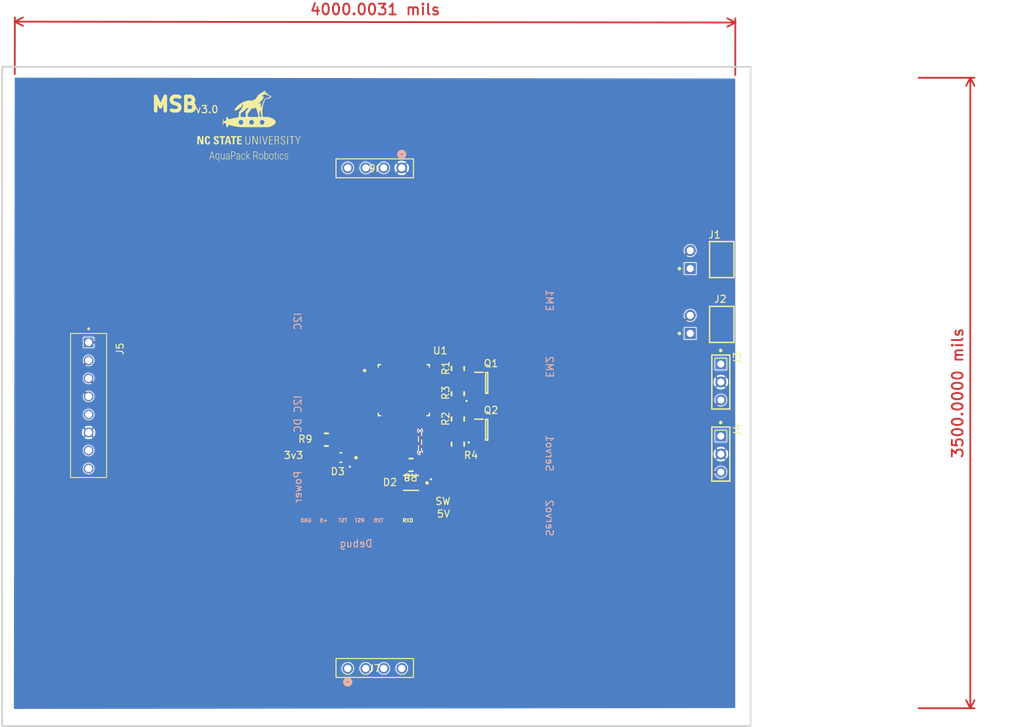
<source format=kicad_pcb>
(kicad_pcb (version 20221018) (generator pcbnew)
  (layers (0 "F.Cu" signal) (31 "B.Cu" signal) (34 "B.Paste" user) (35 "F.Paste" user) (36 "B.SilkS" user "B.Silkscreen") (37 "F.SilkS" user "F.Silkscreen") (38 "B.Mask" user) (39 "F.Mask" user) (44 "Edge.Cuts" user))
  (net 0 "")
  (net 1 "GND")
  (net 2 "Net-(D2-A)")
  (net 3 "Net-(D3-A)")
  (net 4 "Net-(Q1-D)")
  (net 5 "Net-(Q2-D)")
  (net 6 "/SERVO1_CTRL")
  (net 7 "/SERVO2_CTRL")
  (net 8 "/SCL")
  (net 9 "/SDA")
  (net 10 "/RXD")
  (net 11 "/TXD")
  (net 12 "/RST")
  (net 13 "/TST")
  (net 14 "Net-(Q1-G)")
  (net 15 "Net-(Q2-G)")
  (net 16 "/DROP1_CTRL")
  (net 17 "/DROP2_CTRL")
  (net 18 "Net-(U1-P6.2{slash}TB3.3)")
  (net 54 "+3.3V")
  (net 55 "+5V")
  (net 56 "+12V")
  (footprint "AltiumImport:FP-22-05-3021-MFG" (layer "F.Cu") (at 175.8061 76.4286 90)
    (fp_text reference "J1" (at 2.8956 -1.8542 unlocked) (layer "F.SilkS") (effects (font (size 1.016 1.016) (thickness 0.1524)) (justify left bottom)))
    (fp_text value "22-05-3021" hide)
    (pad "1" thru_hole rect (at -1.27 -4.3205 90) (size 1.57 1.57) (drill 1.02) (layers "*.Cu" "*.Mask") (net 55 "+5V"))
    (pad "2" thru_hole circle (at 1.27 -4.3205 90) (size 1.57 1.57) (drill 1.02) (layers "*.Cu" "*.Mask") (net 4 "Net-(Q1-D)"))
  )
  (footprint "AltiumImport:FP-PT0048A-MFG" (layer "F.Cu") (at 131.1021 94.8436)
    (fp_text reference "U1" (at 4.0132 -4.9784 unlocked) (layer "F.SilkS") (effects (font (size 1.016 1.016) (thickness 0.1524)) (justify left bottom)))
    (fp_text value "MSP430FR2355TPTR" hide)
    (pad "1" smd rect (at -4.25 -2.75) (size 1.4 0.3) (layers "F.Cu" "F.Paste" "F.Mask") (net 9 "/SDA"))
    (pad "2" smd rect (at -4.25 -2.25) (size 1.4 0.3) (layers "F.Cu" "F.Paste" "F.Mask"))
    (pad "3" smd rect (at -4.25 -1.75) (size 1.4 0.3) (layers "F.Cu" "F.Paste" "F.Mask"))
    (pad "4" smd rect (at -4.25 -1.25) (size 1.4 0.3) (layers "F.Cu" "F.Paste" "F.Mask") (net 13 "/TST"))
    (pad "5" smd rect (at -4.25 -0.75) (size 1.4 0.3) (layers "F.Cu" "F.Paste" "F.Mask") (net 12 "/RST"))
    (pad "6" smd rect (at -4.25 -0.25) (size 1.4 0.3) (layers "F.Cu" "F.Paste" "F.Mask") (net 54 "+3.3V"))
    (pad "7" smd rect (at -4.25 0.25) (size 1.4 0.3) (layers "F.Cu" "F.Paste" "F.Mask") (net 1 "GND"))
    (pad "8" smd rect (at -4.25 0.75) (size 1.4 0.3) (layers "F.Cu" "F.Paste" "F.Mask"))
    (pad "9" smd rect (at -4.25 1.25) (size 1.4 0.3) (layers "F.Cu" "F.Paste" "F.Mask"))
    (pad "10" smd rect (at -4.25 1.75) (size 1.4 0.3) (layers "F.Cu" "F.Paste" "F.Mask"))
    (pad "11" smd rect (at -4.25 2.25) (size 1.4 0.3) (layers "F.Cu" "F.Paste" "F.Mask"))
    (pad "12" smd rect (at -4.25 2.75) (size 1.4 0.3) (layers "F.Cu" "F.Paste" "F.Mask"))
    (pad "13" smd rect (at -2.75 4.25) (size 0.3 1.4) (layers "F.Cu" "F.Paste" "F.Mask"))
    (pad "14" smd rect (at -2.25 4.25) (size 0.3 1.4) (layers "F.Cu" "F.Paste" "F.Mask"))
    (pad "15" smd rect (at -1.75 4.25) (size 0.3 1.4) (layers "F.Cu" "F.Paste" "F.Mask"))
    (pad "16" smd rect (at -1.25 4.25) (size 0.3 1.4) (layers "F.Cu" "F.Paste" "F.Mask"))
    (pad "17" smd rect (at -0.75 4.25) (size 0.3 1.4) (layers "F.Cu" "F.Paste" "F.Mask"))
    (pad "18" smd rect (at -0.25 4.25) (size 0.3 1.4) (layers "F.Cu" "F.Paste" "F.Mask"))
    (pad "19" smd rect (at 0.25 4.25) (size 0.3 1.4) (layers "F.Cu" "F.Paste" "F.Mask"))
    (pad "20" smd rect (at 0.75 4.25) (size 0.3 1.4) (layers "F.Cu" "F.Paste" "F.Mask") (net 18 "Net-(U1-P6.2{slash}TB3.3)"))
    (pad "21" smd rect (at 1.25 4.25) (size 0.3 1.4) (layers "F.Cu" "F.Paste" "F.Mask") (net 7 "/SERVO2_CTRL"))
    (pad "22" smd rect (at 1.75 4.25) (size 0.3 1.4) (layers "F.Cu" "F.Paste" "F.Mask") (net 6 "/SERVO1_CTRL"))
    (pad "23" smd rect (at 2.25 4.25) (size 0.3 1.4) (layers "F.Cu" "F.Paste" "F.Mask") (net 11 "/TXD"))
    (pad "24" smd rect (at 2.75 4.25) (size 0.3 1.4) (layers "F.Cu" "F.Paste" "F.Mask") (net 10 "/RXD"))
    (pad "25" smd rect (at 4.25 2.75) (size 1.4 0.3) (layers "F.Cu" "F.Paste" "F.Mask"))
    (pad "26" smd rect (at 4.25 2.25) (size 1.4 0.3) (layers "F.Cu" "F.Paste" "F.Mask"))
    (pad "27" smd rect (at 4.25 1.75) (size 1.4 0.3) (layers "F.Cu" "F.Paste" "F.Mask"))
    (pad "28" smd rect (at 4.25 1.25) (size 1.4 0.3) (layers "F.Cu" "F.Paste" "F.Mask") (net 17 "/DROP2_CTRL"))
    (pad "29" smd rect (at 4.25 0.75) (size 1.4 0.3) (layers "F.Cu" "F.Paste" "F.Mask"))
    (pad "30" smd rect (at 4.25 0.25) (size 1.4 0.3) (layers "F.Cu" "F.Paste" "F.Mask") (net 16 "/DROP1_CTRL"))
    (pad "31" smd rect (at 4.25 -0.25) (size 1.4 0.3) (layers "F.Cu" "F.Paste" "F.Mask"))
    (pad "32" smd rect (at 4.25 -0.75) (size 1.4 0.3) (layers "F.Cu" "F.Paste" "F.Mask"))
    (pad "33" smd rect (at 4.25 -1.25) (size 1.4 0.3) (layers "F.Cu" "F.Paste" "F.Mask"))
    (pad "34" smd rect (at 4.25 -1.75) (size 1.4 0.3) (layers "F.Cu" "F.Paste" "F.Mask"))
    (pad "35" smd rect (at 4.25 -2.25) (size 1.4 0.3) (layers "F.Cu" "F.Paste" "F.Mask"))
    (pad "36" smd rect (at 4.25 -2.75) (size 1.4 0.3) (layers "F.Cu" "F.Paste" "F.Mask"))
    (pad "37" smd rect (at 2.75 -4.25) (size 0.3 1.4) (layers "F.Cu" "F.Paste" "F.Mask"))
    (pad "38" smd rect (at 2.25 -4.25) (size 0.3 1.4) (layers "F.Cu" "F.Paste" "F.Mask"))
    (pad "39" smd rect (at 1.75 -4.25) (size 0.3 1.4) (layers "F.Cu" "F.Paste" "F.Mask"))
    (pad "40" smd rect (at 1.25 -4.25) (size 0.3 1.4) (layers "F.Cu" "F.Paste" "F.Mask"))
    (pad "41" smd rect (at 0.75 -4.25) (size 0.3 1.4) (layers "F.Cu" "F.Paste" "F.Mask"))
    (pad "42" smd rect (at 0.25 -4.25) (size 0.3 1.4) (layers "F.Cu" "F.Paste" "F.Mask"))
    (pad "43" smd rect (at -0.25 -4.25) (size 0.3 1.4) (layers "F.Cu" "F.Paste" "F.Mask"))
    (pad "44" smd rect (at -0.75 -4.25) (size 0.3 1.4) (layers "F.Cu" "F.Paste" "F.Mask"))
    (pad "45" smd rect (at -1.25 -4.25) (size 0.3 1.4) (layers "F.Cu" "F.Paste" "F.Mask"))
    (pad "46" smd rect (at -1.75 -4.25) (size 0.3 1.4) (layers "F.Cu" "F.Paste" "F.Mask"))
    (pad "47" smd rect (at -2.25 -4.25) (size 0.3 1.4) (layers "F.Cu" "F.Paste" "F.Mask"))
    (pad "48" smd rect (at -2.75 -4.25) (size 0.3 1.4) (layers "F.Cu" "F.Paste" "F.Mask") (net 8 "/SCL"))
  )
  (footprint "AltiumImport:SMD-0805-RES" (layer "F.Cu") (at 138.7221 91.7956)
    (fp_text reference "R1" (at -1.1176 1.016 90 unlocked) (layer "F.SilkS") (effects (font (size 1.016 1.016) (thickness 0.1524)) (justify left bottom)))
    (fp_text value "200" hide)
    (pad "1" smd rect (at 0 -1.016 270) (size 1.016 1.524) (layers "F.Cu" "F.Paste" "F.Mask") (net 16 "/DROP1_CTRL"))
    (pad "2" smd rect (at 0 1.016 270) (size 1.016 1.524) (layers "F.Cu" "F.Paste" "F.Mask") (net 14 "Net-(Q1-G)"))
  )
  (footprint "LOGO" (layer "F.Cu") (at 109.2581 57.6326)
    (fp_text reference "G***" hide)
    (fp_text value "LOGO" hide)
  )
  (footprint "AltiumImport:SMD-0805-RES" (layer "F.Cu") (at 138.7221 102.4636 180)
    (fp_text reference "R4" (at -0.762 -2.159 unlocked) (layer "F.SilkS") (effects (font (size 1.016 1.016) (thickness 0.1524)) (justify left bottom)))
    (fp_text value "10k" hide)
    (pad "1" smd rect (at 0 -1.016 90) (size 1.016 1.524) (layers "F.Cu" "F.Paste" "F.Mask") (net 1 "GND"))
    (pad "2" smd rect (at 0 1.016 90) (size 1.016 1.524) (layers "F.Cu" "F.Paste" "F.Mask") (net 15 "Net-(Q2-G)"))
  )
  (footprint "AltiumImport:SMD-0805-RES" (layer "F.Cu") (at 138.7221 98.9076)
    (fp_text reference "R2" (at -1.1176 1.0668 90 unlocked) (layer "F.SilkS") (effects (font (size 1.016 1.016) (thickness 0.1524)) (justify left bottom)))
    (fp_text value "200" hide)
    (pad "1" smd rect (at 0 -1.016 270) (size 1.016 1.524) (layers "F.Cu" "F.Paste" "F.Mask") (net 17 "/DROP2_CTRL"))
    (pad "2" smd rect (at 0 1.016 270) (size 1.016 1.524) (layers "F.Cu" "F.Paste" "F.Mask") (net 15 "Net-(Q2-G)"))
  )
  (footprint "AltiumImport:SMD-0805-RES" (layer "F.Cu") (at 132.1181 105.3846 -90)
    (fp_text reference "R8" (at 1.1176 -1.0414 -180 unlocked) (layer "F.SilkS") (effects (font (size 1.016 1.016) (thickness 0.1524)) (justify left bottom)))
    (fp_text value "76.8" hide)
    (pad "1" smd rect (at 0 -1.016 180) (size 1.016 1.524) (layers "F.Cu" "F.Paste" "F.Mask") (net 18 "Net-(U1-P6.2{slash}TB3.3)"))
    (pad "2" smd rect (at 0 1.016 180) (size 1.016 1.524) (layers "F.Cu" "F.Paste" "F.Mask") (net 2 "Net-(D2-A)"))
  )
  (footprint "AltiumImport:FP-150080SS75000-MFG" (layer "F.Cu") (at 122.2121 104.3432 180)
    (fp_text reference "D3" (at 1.524 -2.5654 unlocked) (layer "F.SilkS") (effects (font (size 1.016 1.016) (thickness 0.1524)) (justify left bottom)))
    (fp_text value "1.9V" hide)
    (pad "1" smd rect (at -1.05 0 180) (size 1.1 1.2) (layers "F.Cu" "F.Paste" "F.Mask") (net 1 "GND"))
    (pad "2" smd rect (at 1.05 0 180) (size 1.1 1.2) (layers "F.Cu" "F.Paste" "F.Mask") (net 3 "Net-(D3-A)"))
  )
  (footprint "Library:TE_640453-8" (layer "F.Cu") (at 86.6521 88.1126 -90)
    (fp_text reference "J5" (at 0.905 -4.425 90) (layer "F.SilkS"))
    (fp_text value "640453-8")
    (pad "1" thru_hole rect (at 0 0 270) (size 1.37 1.37) (drill 1.02) (layers "*.Cu" "*.Mask") (net 10 "/RXD"))
    (pad "2" thru_hole circle (at 2.54 0 270) (size 1.37 1.37) (drill 1.02) (layers "*.Cu" "*.Mask") (net 11 "/TXD"))
    (pad "3" thru_hole circle (at 5.08 0 270) (size 1.37 1.37) (drill 1.02) (layers "*.Cu" "*.Mask") (net 12 "/RST"))
    (pad "4" thru_hole circle (at 7.62 0 270) (size 1.37 1.37) (drill 1.02) (layers "*.Cu" "*.Mask") (net 13 "/TST"))
    (pad "5" thru_hole circle (at 10.16 0 270) (size 1.37 1.37) (drill 1.02) (layers "*.Cu" "*.Mask") (net 55 "+5V"))
    (pad "6" thru_hole circle (at 12.7 0 270) (size 1.37 1.37) (drill 1.02) (layers "*.Cu" "*.Mask") (net 1 "GND"))
    (pad "7" thru_hole circle (at 15.24 0 270) (size 1.37 1.37) (drill 1.02) (layers "*.Cu" "*.Mask"))
    (pad "8" thru_hole circle (at 17.78 0 270) (size 1.37 1.37) (drill 1.02) (layers "*.Cu" "*.Mask"))
  )
  (footprint "AltiumImport:SMD-0805-RES" (layer "F.Cu") (at 138.7221 95.3516 180)
    (fp_text reference "R3" (at 1.1176 -0.9652 90 unlocked) (layer "F.SilkS") (effects (font (size 1.016 1.016) (thickness 0.1524)) (justify left bottom)))
    (fp_text value "10k" hide)
    (pad "1" smd rect (at 0 -1.016 90) (size 1.016 1.524) (layers "F.Cu" "F.Paste" "F.Mask") (net 1 "GND"))
    (pad "2" smd rect (at 0 1.016 90) (size 1.016 1.524) (layers "F.Cu" "F.Paste" "F.Mask") (net 14 "Net-(Q1-G)"))
  )
  (footprint "AltiumImport:FP-22-05-3021-MFG" (layer "F.Cu") (at 175.8061 85.5726 90)
    (fp_text reference "J2" (at 2.9718 -1.0414 unlocked) (layer "F.SilkS") (effects (font (size 1.016 1.016) (thickness 0.1524)) (justify left bottom)))
    (fp_text value "22-05-3021" hide)
    (pad "1" thru_hole rect (at -1.27 -4.3205 90) (size 1.57 1.57) (drill 1.02) (layers "*.Cu" "*.Mask") (net 55 "+5V"))
    (pad "2" thru_hole circle (at 1.27 -4.3205 90) (size 1.57 1.57) (drill 1.02) (layers "*.Cu" "*.Mask") (net 5 "Net-(Q2-D)"))
  )
  (footprint "AltiumImport:FP-90120-0763-MFG" (layer "F.Cu") (at 175.8061 103.8606 -90)
    (fp_text reference "J4" (at -2.41321 -2.92088 90 unlocked) (layer "F.SilkS") (effects (font (size 1.016 1.016) (thickness 0.1524)) (justify left bottom)))
    (fp_text value "90120-0763" hide)
    (pad "1" thru_hole rect (at -2.54 0 270) (size 1.55 1.55) (drill 1) (layers "*.Cu" "*.Mask") (net 55 "+5V"))
    (pad "2" thru_hole circle (at 0 0 270) (size 1.55 1.55) (drill 1) (layers "*.Cu" "*.Mask") (net 1 "GND"))
    (pad "3" thru_hole circle (at 2.54 0 270) (size 1.55 1.55) (drill 1) (layers "*.Cu" "*.Mask") (net 7 "/SERVO2_CTRL"))
  )
  (footprint "Library:CON4_1X4_TU_SSQ" (layer "F.Cu") (at 127 63.5 180)
    (fp_text reference "J6" (at 0 0 180 unlocked) (layer "F.SilkS"))
    (fp_text value "SSW-104-03-F-S")
    (pad "1" thru_hole circle (at -3.81 0 270) (size 1.524 1.524) (drill 1.016) (layers "*.Cu" "*.Mask") (net 1 "GND"))
    (pad "2" thru_hole circle (at -1.27 0 270) (size 1.524 1.524) (drill 1.016) (layers "*.Cu" "*.Mask") (net 54 "+3.3V"))
    (pad "3" thru_hole circle (at 1.27 0 270) (size 1.524 1.524) (drill 1.016) (layers "*.Cu" "*.Mask") (net 55 "+5V"))
    (pad "4" thru_hole circle (at 3.81 0 270) (size 1.524 1.524) (drill 1.016) (layers "*.Cu" "*.Mask") (net 56 "+12V"))
  )
  (footprint "AltiumImport:FP-LTST-C171GKT-MFG" (layer "F.Cu") (at 132.1181 107.9246 180)
    (fp_text reference "D2" (at 4.064 -0.508 unlocked) (layer "F.SilkS") (effects (font (size 1.016 1.016) (thickness 0.1524)) (justify left bottom)))
    (fp_text value "2.2V" hide)
    (pad "1" smd rect (at -1.05 0 180) (size 1.2 1.2) (layers "F.Cu" "F.Paste" "F.Mask") (net 1 "GND"))
    (pad "2" smd rect (at 1.05 0 180) (size 1.2 1.2) (layers "F.Cu" "F.Paste" "F.Mask") (net 2 "Net-(D2-A)"))
  )
  (footprint "Library:CON4_1X4_TU_SSQ" (layer "F.Cu") (at 127 134.0866)
    (fp_text reference "J7" (at 0 0 unlocked) (layer "F.SilkS"))
    (fp_text value "SSW-104-03-F-S")
    (pad "1" thru_hole circle (at -3.81 0 90) (size 1.524 1.524) (drill 1.016) (layers "*.Cu" "*.Mask") (net 8 "/SCL"))
    (pad "2" thru_hole circle (at -1.27 0 90) (size 1.524 1.524) (drill 1.016) (layers "*.Cu" "*.Mask") (net 9 "/SDA"))
    (pad "3" thru_hole circle (at 1.27 0 90) (size 1.524 1.524) (drill 1.016) (layers "*.Cu" "*.Mask"))
    (pad "4" thru_hole circle (at 3.81 0 90) (size 1.524 1.524) (drill 1.016) (layers "*.Cu" "*.Mask"))
  )
  (footprint "AltiumImport:SOT95P237X122-3N" (layer "F.Cu") (at 142.7861 100.4316)
    (fp_text reference "Q2" (at -0.50783 -2.15912 unlocked) (layer "F.SilkS") (effects (font (size 1.016 1.016) (thickness 0.1524)) (justify left bottom)))
    (fp_text value "FDN5632N-F085" hide)
    (pad "1" smd rect (at -1.1 -0.95) (size 1.2 0.6) (layers "F.Cu" "F.Paste" "F.Mask") (net 15 "Net-(Q2-G)"))
    (pad "2" smd rect (at -1.1 0.95) (size 1.2 0.6) (layers "F.Cu" "F.Paste" "F.Mask") (net 1 "GND"))
    (pad "3" smd rect (at 1.1 0) (size 1.2 0.6) (layers "F.Cu" "F.Paste" "F.Mask") (net 5 "Net-(Q2-D)"))
  )
  (footprint "AltiumImport:SOT95P237X122-3N" (layer "F.Cu") (at 142.7861 93.8276)
    (fp_text reference "Q1" (at -0.50783 -2.15912 unlocked) (layer "F.SilkS") (effects (font (size 1.016 1.016) (thickness 0.1524)) (justify left bottom)))
    (fp_text value "FDN5632N-F085" hide)
    (pad "1" smd rect (at -1.1 -0.95) (size 1.2 0.6) (layers "F.Cu" "F.Paste" "F.Mask") (net 14 "Net-(Q1-G)"))
    (pad "2" smd rect (at -1.1 0.95) (size 1.2 0.6) (layers "F.Cu" "F.Paste" "F.Mask") (net 1 "GND"))
    (pad "3" smd rect (at 1.1 0) (size 1.2 0.6) (layers "F.Cu" "F.Paste" "F.Mask") (net 4 "Net-(Q1-D)"))
  )
  (footprint "AltiumImport:FP-90120-0763-MFG" (layer "F.Cu") (at 175.8061 93.7006 -90)
    (fp_text reference "J3" (at -2.41321 -2.92088 90 unlocked) (layer "F.SilkS") (effects (font (size 1.016 1.016) (thickness 0.1524)) (justify left bottom)))
    (fp_text value "90120-0763" hide)
    (pad "1" thru_hole rect (at -2.54 0 270) (size 1.55 1.55) (drill 1) (layers "*.Cu" "*.Mask") (net 55 "+5V"))
    (pad "2" thru_hole circle (at 0 0 270) (size 1.55 1.55) (drill 1) (layers "*.Cu" "*.Mask") (net 1 "GND"))
    (pad "3" thru_hole circle (at 2.54 0 270) (size 1.55 1.55) (drill 1) (layers "*.Cu" "*.Mask") (net 6 "/SERVO1_CTRL"))
  )
  (footprint "AltiumImport:SMD-0805-RES" (layer "F.Cu") (at 120.1801 101.8286 -90)
    (fp_text reference "R9" (at 0.508 4.064 unlocked) (layer "F.SilkS") (effects (font (size 1.016 1.016) (thickness 0.1524)) (justify left bottom)))
    (fp_text value "140" hide)
    (pad "1" smd rect (at 0 -1.016 180) (size 1.016 1.524) (layers "F.Cu" "F.Paste" "F.Mask") (net 3 "Net-(D3-A)"))
    (pad "2" smd rect (at 0 1.016 180) (size 1.016 1.524) (layers "F.Cu" "F.Paste" "F.Mask") (net 54 "+3.3V"))
  )
  (gr_rect (start 74.4601 49.2506) (end 179.9971 142.2146) (stroke (width 0.254)) (fill none) (layer "Edge.Cuts"))
  (gr_text "Debug" (at 126.7841 117.0686) (layer "B.SilkS") (effects (font (size 1.016 1.016) (thickness 0.1524)) (justify left bottom mirror)))
  (gr_text "I2C" (at 116.7511 83.7946 90) (layer "B.SilkS") (effects (font (size 1.016 1.016) (thickness 0.1524)) (justify left bottom mirror)))
  (gr_text "Power" (at 116.7511 106.1466 90) (layer "B.SilkS") (effects (font (size 1.016 1.016) (thickness 0.1524)) (justify left bottom mirror)))
  (gr_text "RST" (at 125.6411 113.5126) (layer "B.SilkS") (effects (font (size 0.508 0.508) (thickness 0.127)) (justify left bottom mirror)))
  (gr_text "GND" (at 118.1481 113.5126) (layer "B.SilkS") (effects (font (size 0.508 0.508) (thickness 0.127)) (justify left bottom mirror)))
  (gr_text "I2C DC" (at 116.7511 95.4786 90) (layer "B.SilkS") (effects (font (size 1.016 1.016) (thickness 0.1524)) (justify left bottom mirror)))
  (gr_text "EM1" (at 151.0411 83.7946 270) (layer "B.SilkS") (effects (font (size 1.016 1.016) (thickness 0.1524)) (justify left bottom mirror)))
  (gr_text "Servo2" (at 151.0411 115.5446 270) (layer "B.SilkS") (effects (font (size 1.016 1.016) (thickness 0.1524)) (justify left bottom mirror)))
  (gr_text "+5" (at 120.4341 113.5126) (layer "B.SilkS") (effects (font (size 0.508 0.508) (thickness 0.127)) (justify left bottom mirror)))
  (gr_text "Servo1" (at 151.0411 106.4006 -90) (layer "B.SilkS") (effects (font (size 1.016 1.016) (thickness 0.1524)) (justify left bottom mirror)))
  (gr_text "TST" (at 123.2281 113.5126) (layer "B.SilkS") (effects (font (size 0.508 0.508) (thickness 0.127)) (justify left bottom mirror)))
  (gr_text "EM2" (at 151.0411 93.1926 270) (layer "B.SilkS") (effects (font (size 1.016 1.016) (thickness 0.1524)) (justify left bottom mirror)))
  (gr_text "TXD" (at 128.3081 113.5126) (layer "B.SilkS") (effects (font (size 0.508 0.508) (thickness 0.127)) (justify left bottom mirror)))
  (gr_text "MSB" (at 95.2881 55.7276) (layer "F.SilkS") (effects (font (size 2.032 2.032) (thickness 0.508) bold) (justify left bottom)))
  (gr_text "SW" (at 135.4455 111.0996) (layer "F.SilkS") (effects (font (size 1.016 1.016) (thickness 0.1524)) (justify left bottom)))
  (gr_text "v3.0" (at 101.6381 55.8546) (layer "F.SilkS") (effects (font (size 1.016 1.016) (thickness 0.1524)) (justify left bottom)))
  (gr_text "RXD" (at 130.8481 113.5126) (layer "F.SilkS") (effects (font (size 0.508 0.508) (thickness 0.127) bold) (justify left bottom)))
  (gr_text "3v3" (at 114.0841 104.6226) (layer "F.SilkS") (effects (font (size 1.016 1.016) (thickness 0.1524)) (justify left bottom)))
  (gr_text "5V" (at 135.6741 112.8776) (layer "F.SilkS") (effects (font (size 1.016 1.016) (thickness 0.1524)) (justify left bottom)))
  (dimension (type aligned) (layer "F.Cu") (pts (xy 203.2 50.8) (xy 203.2 139.7)) (height -7.7851) (gr_text "3500.0000 mils" (at 209.2071 95.25 90) (layer "F.Cu") (effects (font (size 1.524 1.524) (thickness 0.254)))) (format (prefix "") (suffix "") (units 1) (units_format 1) (precision 4)) (style (thickness 0.254) (arrow_length 1.27) (text_position_mode 0) (extension_height 0.58642) (extension_offset 0.508) keep_text_aligned))
  (dimension (type aligned) (layer "F.Cu") (pts (xy 177.8381 50.9016) (xy 76.2381 50.7746)) (height 7.895283) (gr_text "4000.0031 mils" (at 127.050191 41.164824 -0.07161968709) (layer "F.Cu") (effects (font (size 1.524 1.524) (thickness 0.254)))) (format (prefix "") (suffix "") (units 1) (units_format 1) (precision 4)) (style (thickness 0.254) (arrow_length 1.27) (text_position_mode 0) (extension_height 0.58642) (extension_offset 0.508) keep_text_aligned))
  (segment (start 138.9761 103.4796) (end 140.2461 102.2096) (width 0.3048) (layer "F.Cu") (net 1))
  (segment (start 123.4821 104.5632) (end 123.2621 104.3432) (width 0.3048) (layer "F.Cu") (net 1))
  (segment (start 141.5385 101.5292) (end 141.6861 101.3816) (width 0.3048) (layer "F.Cu") (net 1))
  (segment (start 139.9413 96.3676) (end 141.2385 95.0704) (width 0.3048) (layer "F.Cu") (net 1))
  (segment (start 123.2621 97.789458) (end 123.2621 104.3432) (width 0.3048) (layer "F.Cu") (net 1))
  (segment (start 141.2385 95.0704) (end 141.2385 94.9252) (width 0.3048) (layer "F.Cu") (net 1))
  (segment (start 126.8521 95.0936) (end 125.957958 95.0936) (width 0.3048) (layer "F.Cu") (net 1))
  (segment (start 138.7221 96.3676) (end 139.9413 96.3676) (width 0.3048) (layer "F.Cu") (net 1))
  (segment (start 133.1681 107.9246) (end 134.4041 107.9246) (width 0.3048) (layer "F.Cu") (net 1))
  (segment (start 141.3861 94.7776) (end 141.6861 94.7776) (width 0.3048) (layer "F.Cu") (net 1))
  (segment (start 141.2385 94.9252) (end 141.3861 94.7776) (width 0.3048) (layer "F.Cu") (net 1))
  (segment (start 134.4041 107.9246) (end 134.9121 107.4166) (width 0.3048) (layer "F.Cu") (net 1))
  (segment (start 140.9265 101.5292) (end 141.5385 101.5292) (width 0.3048) (layer "F.Cu") (net 1))
  (segment (start 138.7221 103.4796) (end 138.9761 103.4796) (width 0.3048) (layer "F.Cu") (net 1))
  (segment (start 123.4821 105.6386) (end 123.4821 104.5632) (width 0.3048) (layer "F.Cu") (net 1))
  (segment (start 125.957958 95.0936) (end 123.2621 97.789458) (width 0.3048) (layer "F.Cu") (net 1))
  (segment (start 140.2461 102.2096) (end 140.9265 101.5292) (width 0.3048) (layer "F.Cu") (net 1))
  (via (at 134.9121 107.4166) (size 0.6) (drill 0.3) (layers "F.Cu" "B.Cu") (net 1))
  (via (at 139.9413 96.3676) (size 0.6) (drill 0.3) (layers "F.Cu" "B.Cu") (net 1))
  (via (at 140.2461 102.2096) (size 0.6) (drill 0.3) (layers "F.Cu" "B.Cu") (net 1))
  (via (at 123.4821 105.6386) (size 0.6) (drill 0.3) (layers "F.Cu" "B.Cu") (net 1))
  (segment (start 131.1021 105.3846) (end 131.1021 107.8906) (width 0.3048) (layer "F.Cu") (net 2))
  (segment (start 131.1021 107.8906) (end 131.0681 107.9246) (width 0.3048) (layer "F.Cu") (net 2))
  (segment (start 121.1621 104.3432) (end 121.1621 101.8626) (width 0.3048) (layer "F.Cu") (net 3))
  (segment (start 121.1621 101.8626) (end 121.1961 101.8286) (width 0.3048) (layer "F.Cu") (net 3))
  (segment (start 152.8166 93.8276) (end 171.4856 75.1586) (width 0.3048) (layer "F.Cu") (net 4))
  (segment (start 143.8861 93.8276) (end 152.8166 93.8276) (width 0.3048) (layer "F.Cu") (net 4))
  (segment (start 156.3751 100.4316) (end 170.2181 86.5886) (width 0.3048) (layer "F.Cu") (net 5))
  (segment (start 143.8861 100.4316) (end 156.3751 100.4316) (width 0.3048) (layer "F.Cu") (net 5))
  (segment (start 170.2181 85.5701) (end 171.4856 84.3026) (width 0.3048) (layer "F.Cu") (net 5))
  (segment (start 170.2181 86.5886) (end 170.2181 85.5701) (width 0.3048) (layer "F.Cu") (net 5))
  (segment (start 132.8521 99.0936) (end 132.8317 99.114) (width 0.3048) (layer "F.Cu") (net 6))
  (segment (start 132.8317 100.789069) (end 136.309631 104.267) (width 0.3048) (layer "F.Cu") (net 6))
  (segment (start 132.8317 99.114) (end 132.8317 100.789069) (width 0.3048) (layer "F.Cu") (net 6))
  (segment (start 167.7797 104.267) (end 175.8061 96.2406) (width 0.3048) (layer "F.Cu") (net 6))
  (segment (start 136.309631 104.267) (end 167.7797 104.267) (width 0.3048) (layer "F.Cu") (net 6))
  (segment (start 132.3521 99.0936) (end 132.3521 101.5546) (width 0.3048) (layer "F.Cu") (net 7))
  (segment (start 137.1981 106.4006) (end 175.8061 106.4006) (width 0.3048) (layer "F.Cu") (net 7))
  (segment (start 132.3521 101.5546) (end 137.1981 106.4006) (width 0.3048) (layer "F.Cu") (net 7))
  (segment (start 128.3497 91.1412) (end 128.3521 91.1388) (width 0.3048) (layer "F.Cu") (net 8))
  (segment (start 128.3521 91.1388) (end 128.3521 90.5936) (width 0.3048) (layer "F.Cu") (net 8))
  (segment (start 126.8497 92.096) (end 126.8521 92.0936) (width 0.3048) (layer "F.Cu") (net 9))
  (segment (start 133.8521 99.0936) (end 133.8521 97.6848) (width 0.3048) (layer "F.Cu") (net 10))
  (segment (start 133.8521 97.6848) (end 124.2799 88.1126) (width 0.3048) (layer "F.Cu") (net 10))
  (segment (start 124.2799 88.1126) (end 86.6521 88.1126) (width 0.3048) (layer "F.Cu") (net 10))
  (segment (start 133.3881 103.5966) (end 133.9215 104.13) (width 0.3048) (layer "F.Cu") (net 11))
  (segment (start 131.9475 107.0452) (end 131.9475 108.804) (width 0.3048) (layer "F.Cu") (net 11))
  (segment (start 133.3521 99.0936) (end 133.3521 100.5226) (width 0.3048) (layer "F.Cu") (net 11))
  (segment (start 95.4277 96.697) (end 86.252632 96.697) (width 0.3048) (layer "F.Cu") (net 11))
  (segment (start 131.9475 108.804) (end 107.5347 108.804) (width 0.3048) (layer "F.Cu") (net 11))
  (segment (start 85.1281 92.1766) (end 86.6521 90.6526) (width 0.3048) (layer "F.Cu") (net 11))
  (segment (start 133.3023 107.0452) (end 131.9475 107.0452) (width 0.3048) (layer "F.Cu") (net 11))
  (segment (start 133.3521 100.5226) (end 133.3881 100.5586) (width 0.3048) (layer "F.Cu") (net 11))
  (segment (start 86.252632 96.697) (end 85.1281 95.572468) (width 0.3048) (layer "F.Cu") (net 11))
  (segment (start 133.9215 106.426) (end 133.3023 107.0452) (width 0.3048) (layer "F.Cu") (net 11))
  (segment (start 133.9215 104.13) (end 133.9215 106.426) (width 0.3048) (layer "F.Cu") (net 11))
  (segment (start 85.1281 95.572468) (end 85.1281 92.1766) (width 0.3048) (layer "F.Cu") (net 11))
  (segment (start 107.5347 108.804) (end 95.4277 96.697) (width 0.3048) (layer "F.Cu") (net 11))
  (via (at 133.3881 100.5586) (size 0.508) (drill 0.3) (layers "F.Cu" "B.Cu") (net 11))
  (via (at 133.3881 103.5966) (size 0.508) (drill 0.3) (layers "F.Cu" "B.Cu") (net 11))
  (segment (start 133.3881 103.5966) (end 133.3881 100.5586) (width 0.3048) (layer "B.Cu") (net 11))
  (segment (start 87.5531 94.0936) (end 86.6521 93.1926) (width 0.3048) (layer "F.Cu") (net 12))
  (segment (start 126.8497 94.096) (end 126.8521 94.0936) (width 0.3048) (layer "F.Cu") (net 12))
  (segment (start 126.8521 94.0936) (end 87.5531 94.0936) (width 0.3048) (layer "F.Cu") (net 12))
  (segment (start 85.6877 92.793132) (end 85.6877 94.7682) (width 0.3048) (layer "F.Cu") (net 13))
  (segment (start 99.0981 92.9386) (end 125.1923 92.9386) (width 0.3048) (layer "F.Cu") (net 13))
  (segment (start 98.3877 92.2282) (end 86.252632 92.2282) (width 0.3048) (layer "F.Cu") (net 13))
  (segment (start 85.6877 94.7682) (end 86.6521 95.7326) (width 0.3048) (layer "F.Cu") (net 13))
  (segment (start 86.252632 92.2282) (end 85.6877 92.793132) (width 0.3048) (layer "F.Cu") (net 13))
  (segment (start 125.8473 93.5936) (end 126.8521 93.5936) (width 0.3048) (layer "F.Cu") (net 13))
  (segment (start 99.0981 92.9386) (end 98.3877 92.2282) (width 0.3048) (layer "F.Cu") (net 13))
  (segment (start 125.1923 92.9386) (end 125.8473 93.5936) (width 0.3048) (layer "F.Cu") (net 13))
  (segment (start 138.7221 94.3356) (end 138.7221 92.8116) (width 0.3048) (layer "F.Cu") (net 14))
  (segment (start 138.7221 92.8116) (end 138.7881 92.8776) (width 0.3048) (layer "F.Cu") (net 14))
  (segment (start 138.7881 92.8776) (end 141.6861 92.8776) (width 0.3048) (layer "F.Cu") (net 14))
  (segment (start 141.3861 99.4816) (end 141.6861 99.4816) (width 0.3048) (layer "F.Cu") (net 15))
  (segment (start 138.7221 101.4476) (end 138.7221 99.9236) (width 0.3048) (layer "F.Cu") (net 15))
  (segment (start 138.7221 99.9236) (end 140.9441 99.9236) (width 0.3048) (layer "F.Cu") (net 15))
  (segment (start 140.9441 99.9236) (end 141.3861 99.4816) (width 0.3048) (layer "F.Cu") (net 15))
  (segment (start 136.972 94.21883) (end 136.972 92.89657) (width 0.3048) (layer "F.Cu") (net 16))
  (segment (start 136.972 92.89657) (end 137.84437 92.0242) (width 0.3048) (layer "F.Cu") (net 16))
  (segment (start 135.3521 95.0936) (end 135.3545 95.0912) (width 0.3048) (layer "F.Cu") (net 16))
  (segment (start 138.7221 91.7236) (end 138.7221 90.7796) (width 0.3048) (layer "F.Cu") (net 16))
  (segment (start 135.3545 95.0912) (end 136.09963 95.0912) (width 0.3048) (layer "F.Cu") (net 16))
  (segment (start 136.09963 95.0912) (end 136.972 94.21883) (width 0.3048) (layer "F.Cu") (net 16))
  (segment (start 137.84437 92.0242) (end 138.4215 92.0242) (width 0.3048) (layer "F.Cu") (net 16))
  (segment (start 138.4215 92.0242) (end 138.7221 91.7236) (width 0.3048) (layer "F.Cu") (net 16))
  (segment (start 135.3521 96.0936) (end 136.6701 96.0936) (width 0.3048) (layer "F.Cu") (net 17))
  (segment (start 138.4681 97.8916) (end 138.7221 97.8916) (width 0.3048) (layer "F.Cu") (net 17))
  (segment (start 136.6701 96.0936) (end 138.4681 97.8916) (width 0.3048) (layer "F.Cu") (net 17))
  (segment (start 131.8521 104.1026) (end 133.1341 105.3846) (width 0.3048) (layer "F.Cu") (net 18))
  (segment (start 131.8521 99.0936) (end 131.8521 104.1026) (width 0.3048) (layer "F.Cu") (net 18))
  (segment (start 124.6211 94.5936) (end 119.1641 100.0506) (width 0.3048) (layer "F.Cu") (net 54))
  (segment (start 119.1641 100.0506) (end 119.1641 101.8286) (width 0.3048) (layer "F.Cu") (net 54))
  (segment (start 126.8521 94.5936) (end 124.6211 94.5936) (width 0.3048) (layer "F.Cu") (net 54))
  (zone (net 1) (net_name "GND") (layer "F.Cu") (connect_pads yes (clearance 0.127)) (min_thickness 0.25) (fill yes (thermal_gap 0.5) (thermal_bridge_width 0.5))
    (polygon (pts (xy 94.6531 126.0856) (xy 94.9071 126.3396) (xy 96.4311 126.3396) (xy 96.6851 126.0856) (xy 96.6851 125.7046) (xy 97.3201 125.0696) (xy 99.8601 125.0696) (xy 100.2411 124.6886) (xy 100.2411 122.4026) (xy 101.0031 121.6406) (xy 101.0031 119.7356) (xy 100.7491 119.4816) (xy 99.7331 119.4816) (xy 99.3521 119.8626) (xy 99.3521 121.3866) (xy 95.9231 124.8156) (xy 94.9071 124.8156) (xy 94.6531 125.0696)))
  )
  (zone (net 55) (net_name "+5V") (layer "F.Cu") (connect_pads yes (clearance 0.127)) (min_thickness 0.25) (fill yes (thermal_gap 0.5) (thermal_bridge_width 0.5))
    (polygon (pts (xy 94.9071 126.8476) (xy 96.4311 126.8476) (xy 96.6851 127.1016) (xy 96.6851 127.4826) (xy 97.4471 128.2446) (xy 99.9871 128.2446) (xy 100.2411 128.4986) (xy 100.2411 129.3876) (xy 99.9871 129.6416) (xy 96.1771 129.6416) (xy 94.6531 128.1176) (xy 94.6531 127.1016)))
  )
  (zone (net 0) (net_name "") (layer "F.Cu") (connect_pads yes (clearance 0.127)) (min_thickness 0.25) (fill yes (thermal_gap 0.5) (thermal_bridge_width 0.5))
    (polygon (pts (xy 103.0351 119.7356) (xy 102.7811 119.4816) (xy 101.7651 119.4816) (xy 101.5111 119.7356) (xy 101.5111 121.5136) (xy 100.4951 122.5296) (xy 100.4951 124.8156) (xy 99.9871 125.3236) (xy 97.4471 125.3236) (xy 96.9391 125.8316) (xy 96.9391 127.3556) (xy 97.5741 127.9906) (xy 100.1141 127.9906) (xy 101.0031 128.8796) (xy 105.0671 128.8796) (xy 105.8291 128.1176) (xy 105.8291 124.5616) (xy 103.0351 121.7676)))
  )
  (zone (net 1) (net_name "GND") (layer "B.Cu") (connect_pads (clearance 0.127)) (min_thickness 0.25) (fill yes (thermal_gap 0.254) (thermal_bridge_width 0.254))
    (polygon (pts (xy 76.2381 50.7746) (xy 177.8381 50.9016) (xy 177.8381 139.6746) (xy 76.1111 139.8016)))
  )
)
</source>
